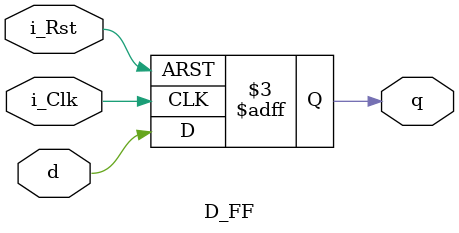
<source format=v>
module D_FF(
	input i_Clk, 
	input i_Rst,
	input d,
	output reg q
	);

always@(posedge i_Clk, negedge i_Rst)
	if(!i_Rst) begin
		q <= 0;
	end else begin
		q <= d;
	end
endmodule

</source>
